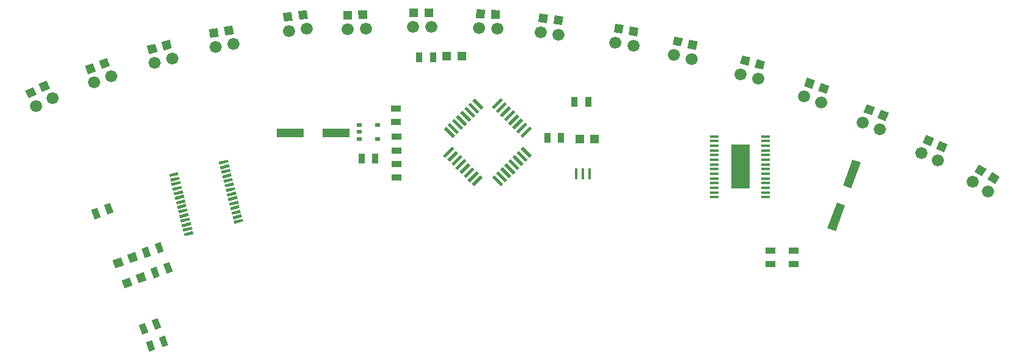
<source format=gtp>
G04 (created by PCBNEW-RS274X (2011-nov-30)-testing) date Mon 30 Apr 2012 11:55:02 PM EDT*
G01*
G70*
G90*
%MOIN*%
G04 Gerber Fmt 3.4, Leading zero omitted, Abs format*
%FSLAX34Y34*%
G04 APERTURE LIST*
%ADD10C,0.006000*%
%ADD11R,0.047200X0.047200*%
%ADD12R,0.050000X0.016000*%
%ADD13R,0.098400X0.244100*%
%ADD14R,0.030000X0.020000*%
%ADD15R,0.149600X0.047200*%
%ADD16R,0.055000X0.035000*%
%ADD17R,0.035000X0.055000*%
%ADD18R,0.011800X0.063000*%
%ADD19C,0.066000*%
G04 APERTURE END LIST*
G54D10*
G54D11*
X00945Y53917D03*
X01771Y53917D03*
G54D10*
G36*
X-17124Y42332D02*
X-17285Y42775D01*
X-16842Y42936D01*
X-16681Y42493D01*
X-17124Y42332D01*
X-17124Y42332D01*
G37*
G36*
X-16348Y42614D02*
X-16509Y43057D01*
X-16066Y43218D01*
X-15905Y42775D01*
X-16348Y42614D01*
X-16348Y42614D01*
G37*
G36*
X-16651Y41230D02*
X-16812Y41673D01*
X-16369Y41834D01*
X-16208Y41391D01*
X-16651Y41230D01*
X-16651Y41230D01*
G37*
G36*
X-15875Y41512D02*
X-16036Y41955D01*
X-15593Y42116D01*
X-15432Y41673D01*
X-15875Y41512D01*
X-15875Y41512D01*
G37*
G54D11*
X08189Y49389D03*
X09015Y49389D03*
G54D10*
G36*
X02421Y46813D02*
X02296Y46938D01*
X02781Y47423D01*
X02906Y47298D01*
X02421Y46813D01*
X02421Y46813D01*
G37*
G36*
X02198Y47036D02*
X02073Y47161D01*
X02558Y47646D01*
X02683Y47521D01*
X02198Y47036D01*
X02198Y47036D01*
G37*
G36*
X01976Y47259D02*
X01851Y47384D01*
X02336Y47869D01*
X02461Y47744D01*
X01976Y47259D01*
X01976Y47259D01*
G37*
G36*
X01753Y47482D02*
X01628Y47607D01*
X02113Y48092D01*
X02238Y47967D01*
X01753Y47482D01*
X01753Y47482D01*
G37*
G36*
X01530Y47704D02*
X01405Y47829D01*
X01890Y48314D01*
X02015Y48189D01*
X01530Y47704D01*
X01530Y47704D01*
G37*
G36*
X01308Y47927D02*
X01183Y48052D01*
X01668Y48537D01*
X01793Y48412D01*
X01308Y47927D01*
X01308Y47927D01*
G37*
G36*
X01085Y48150D02*
X00960Y48275D01*
X01445Y48760D01*
X01570Y48635D01*
X01085Y48150D01*
X01085Y48150D01*
G37*
G36*
X00862Y48373D02*
X00737Y48498D01*
X01222Y48983D01*
X01347Y48858D01*
X00862Y48373D01*
X00862Y48373D01*
G37*
G36*
X03526Y51034D02*
X03401Y51159D01*
X03886Y51644D01*
X04011Y51519D01*
X03526Y51034D01*
X03526Y51034D01*
G37*
G36*
X05089Y49471D02*
X04964Y49596D01*
X05449Y50081D01*
X05574Y49956D01*
X05089Y49471D01*
X05089Y49471D01*
G37*
G36*
X04863Y49698D02*
X04738Y49823D01*
X05223Y50308D01*
X05348Y50183D01*
X04863Y49698D01*
X04863Y49698D01*
G37*
G36*
X04637Y49924D02*
X04512Y50049D01*
X04997Y50534D01*
X05122Y50409D01*
X04637Y49924D01*
X04637Y49924D01*
G37*
G36*
X04417Y50143D02*
X04292Y50268D01*
X04777Y50753D01*
X04902Y50628D01*
X04417Y50143D01*
X04417Y50143D01*
G37*
G36*
X04191Y50369D02*
X04066Y50494D01*
X04551Y50979D01*
X04676Y50854D01*
X04191Y50369D01*
X04191Y50369D01*
G37*
G36*
X03972Y50589D02*
X03847Y50714D01*
X04332Y51199D01*
X04457Y51074D01*
X03972Y50589D01*
X03972Y50589D01*
G37*
G36*
X03746Y50815D02*
X03621Y50940D01*
X04106Y51425D01*
X04231Y51300D01*
X03746Y50815D01*
X03746Y50815D01*
G37*
G36*
X01263Y49457D02*
X00778Y49942D01*
X00903Y50067D01*
X01388Y49582D01*
X01263Y49457D01*
X01263Y49457D01*
G37*
G36*
X01475Y49669D02*
X00990Y50154D01*
X01115Y50279D01*
X01600Y49794D01*
X01475Y49669D01*
X01475Y49669D01*
G37*
G36*
X01705Y49899D02*
X01220Y50384D01*
X01345Y50509D01*
X01830Y50024D01*
X01705Y49899D01*
X01705Y49899D01*
G37*
G36*
X01917Y50111D02*
X01432Y50596D01*
X01557Y50721D01*
X02042Y50236D01*
X01917Y50111D01*
X01917Y50111D01*
G37*
G36*
X02146Y50340D02*
X01661Y50825D01*
X01786Y50950D01*
X02271Y50465D01*
X02146Y50340D01*
X02146Y50340D01*
G37*
G36*
X02368Y50562D02*
X01883Y51047D01*
X02008Y51172D01*
X02493Y50687D01*
X02368Y50562D01*
X02368Y50562D01*
G37*
G36*
X02591Y50785D02*
X02106Y51270D01*
X02231Y51395D01*
X02716Y50910D01*
X02591Y50785D01*
X02591Y50785D01*
G37*
G36*
X02813Y51007D02*
X02328Y51492D01*
X02453Y51617D01*
X02938Y51132D01*
X02813Y51007D01*
X02813Y51007D01*
G37*
G36*
X03893Y46813D02*
X03408Y47298D01*
X03533Y47423D01*
X04018Y46938D01*
X03893Y46813D01*
X03893Y46813D01*
G37*
G36*
X04113Y47032D02*
X03628Y47517D01*
X03753Y47642D01*
X04238Y47157D01*
X04113Y47032D01*
X04113Y47032D01*
G37*
G36*
X04339Y47258D02*
X03854Y47743D01*
X03979Y47868D01*
X04464Y47383D01*
X04339Y47258D01*
X04339Y47258D01*
G37*
G36*
X04558Y47477D02*
X04073Y47962D01*
X04198Y48087D01*
X04683Y47602D01*
X04558Y47477D01*
X04558Y47477D01*
G37*
G36*
X04777Y47697D02*
X04292Y48182D01*
X04417Y48307D01*
X04902Y47822D01*
X04777Y47697D01*
X04777Y47697D01*
G37*
G36*
X05004Y47923D02*
X04519Y48408D01*
X04644Y48533D01*
X05129Y48048D01*
X05004Y47923D01*
X05004Y47923D01*
G37*
G36*
X05230Y48149D02*
X04745Y48634D01*
X04870Y48759D01*
X05355Y48274D01*
X05230Y48149D01*
X05230Y48149D01*
G37*
G36*
X05456Y48375D02*
X04971Y48860D01*
X05096Y48985D01*
X05581Y48500D01*
X05456Y48375D01*
X05456Y48375D01*
G37*
G54D12*
X15548Y49543D03*
X15548Y49293D03*
X15548Y49033D03*
X15548Y48773D03*
X15548Y48523D03*
X15548Y48263D03*
X15548Y48003D03*
X15548Y47753D03*
X15548Y47493D03*
X15548Y47243D03*
X15548Y46983D03*
X15548Y46723D03*
X15548Y46473D03*
X15548Y46213D03*
X18348Y46213D03*
X18348Y46473D03*
X18348Y46713D03*
X18348Y46983D03*
X18348Y47243D03*
X18348Y47493D03*
X18348Y47753D03*
X18348Y48003D03*
X18348Y48263D03*
X18348Y48523D03*
X18348Y48773D03*
X18348Y49033D03*
X18348Y49293D03*
X18348Y49543D03*
G54D13*
X16973Y47893D03*
G54D14*
X-03827Y50158D03*
X-03827Y49408D03*
X-02827Y50158D03*
X-03827Y49783D03*
X-02827Y49408D03*
G54D10*
G36*
X22156Y44360D02*
X21712Y44522D01*
X22224Y45928D01*
X22668Y45766D01*
X22156Y44360D01*
X22156Y44360D01*
G37*
G36*
X23012Y46710D02*
X22568Y46872D01*
X23080Y48278D01*
X23524Y48116D01*
X23012Y46710D01*
X23012Y46710D01*
G37*
G54D15*
X-05109Y49744D03*
X-07609Y49744D03*
G54D16*
X19862Y43308D03*
X19862Y42558D03*
X18602Y43308D03*
X18602Y42558D03*
G54D17*
X-00553Y53878D03*
X00197Y53878D03*
G54D16*
X-01792Y49528D03*
X-01792Y48778D03*
G54D17*
X07166Y49468D03*
X06416Y49468D03*
G54D18*
X08366Y47500D03*
X07992Y47500D03*
X08740Y47500D03*
G54D16*
X-01792Y48032D03*
X-01792Y47282D03*
G54D19*
X03693Y55420D03*
X02694Y55464D03*
G54D10*
G36*
X03848Y56425D02*
X03827Y55954D01*
X03356Y55975D01*
X03377Y56446D01*
X03848Y56425D01*
X03848Y56425D01*
G37*
G36*
X03024Y56461D02*
X03003Y55990D01*
X02532Y56011D01*
X02553Y56482D01*
X03024Y56461D01*
X03024Y56461D01*
G37*
G54D19*
X14296Y53767D03*
X13320Y53984D03*
G54D10*
G36*
X14623Y54730D02*
X14521Y54270D01*
X14061Y54372D01*
X14163Y54832D01*
X14623Y54730D01*
X14623Y54730D01*
G37*
G36*
X13817Y54909D02*
X13715Y54449D01*
X13255Y54551D01*
X13357Y55011D01*
X13817Y54909D01*
X13817Y54909D01*
G37*
G54D19*
X17938Y52687D03*
X16972Y52945D03*
G54D10*
G36*
X18307Y53635D02*
X18185Y53179D01*
X17729Y53301D01*
X17851Y53757D01*
X18307Y53635D01*
X18307Y53635D01*
G37*
G36*
X17510Y53848D02*
X17388Y53392D01*
X16932Y53514D01*
X17054Y53970D01*
X17510Y53848D01*
X17510Y53848D01*
G37*
G54D19*
X21363Y51394D03*
X20423Y51736D03*
G54D10*
G36*
X21812Y52306D02*
X21651Y51863D01*
X21208Y52024D01*
X21369Y52467D01*
X21812Y52306D01*
X21812Y52306D01*
G37*
G36*
X21037Y52588D02*
X20876Y52145D01*
X20433Y52306D01*
X20594Y52749D01*
X21037Y52588D01*
X21037Y52588D01*
G37*
G54D19*
X24570Y49921D03*
X23646Y50304D03*
G54D10*
G36*
X25059Y50813D02*
X24879Y50377D01*
X24443Y50557D01*
X24623Y50993D01*
X25059Y50813D01*
X25059Y50813D01*
G37*
G36*
X24296Y51129D02*
X24116Y50693D01*
X23680Y50873D01*
X23860Y51309D01*
X24296Y51129D01*
X24296Y51129D01*
G37*
G54D19*
X27737Y48214D03*
X26830Y48637D03*
G54D10*
G36*
X28265Y49083D02*
X28065Y48655D01*
X27637Y48855D01*
X27837Y49283D01*
X28265Y49083D01*
X28265Y49083D01*
G37*
G36*
X27517Y49432D02*
X27317Y49004D01*
X26889Y49204D01*
X27089Y49632D01*
X27517Y49432D01*
X27517Y49432D01*
G37*
G54D19*
X-20571Y51629D03*
X-21478Y51206D03*
G54D10*
G36*
X-20898Y52592D02*
X-20698Y52164D01*
X-21126Y51964D01*
X-21326Y52392D01*
X-20898Y52592D01*
X-20898Y52592D01*
G37*
G36*
X-21646Y52244D02*
X-21446Y51816D01*
X-21874Y51616D01*
X-22074Y52044D01*
X-21646Y52244D01*
X-21646Y52244D01*
G37*
G54D19*
X-17352Y52838D03*
X-18292Y52496D03*
G54D10*
G36*
X-17594Y53825D02*
X-17433Y53382D01*
X-17876Y53221D01*
X-18037Y53664D01*
X-17594Y53825D01*
X-17594Y53825D01*
G37*
G36*
X-18369Y53543D02*
X-18208Y53100D01*
X-18651Y52939D01*
X-18812Y53382D01*
X-18369Y53543D01*
X-18369Y53543D01*
G37*
G54D19*
X-14020Y53811D03*
X-14986Y53553D03*
G54D10*
G36*
X-14174Y54817D02*
X-14052Y54361D01*
X-14508Y54239D01*
X-14630Y54695D01*
X-14174Y54817D01*
X-14174Y54817D01*
G37*
G36*
X-14971Y54603D02*
X-14849Y54147D01*
X-15305Y54025D01*
X-15427Y54481D01*
X-14971Y54603D01*
X-14971Y54603D01*
G37*
G54D19*
X-10692Y54590D03*
X-11677Y54416D03*
G54D10*
G36*
X-10759Y55604D02*
X-10677Y55140D01*
X-11141Y55058D01*
X-11223Y55522D01*
X-10759Y55604D01*
X-10759Y55604D01*
G37*
G36*
X-11571Y55461D02*
X-11489Y54997D01*
X-11953Y54915D01*
X-12035Y55379D01*
X-11571Y55461D01*
X-11571Y55461D01*
G37*
G54D19*
X-06689Y55427D03*
X-07682Y55305D03*
G54D10*
G36*
X-06703Y56444D02*
X-06645Y55976D01*
X-07113Y55918D01*
X-07171Y56386D01*
X-06703Y56444D01*
X-06703Y56444D01*
G37*
G36*
X-07521Y56344D02*
X-07463Y55876D01*
X-07931Y55818D01*
X-07989Y56286D01*
X-07521Y56344D01*
X-07521Y56344D01*
G37*
G54D19*
X-03482Y55425D03*
X-04481Y55381D03*
G54D10*
G36*
X-03416Y56440D02*
X-03395Y55969D01*
X-03866Y55948D01*
X-03887Y56419D01*
X-03416Y56440D01*
X-03416Y56440D01*
G37*
G36*
X-04240Y56404D02*
X-04219Y55933D01*
X-04690Y55912D01*
X-04711Y56383D01*
X-04240Y56404D01*
X-04240Y56404D01*
G37*
G54D19*
X11125Y54494D03*
X10140Y54668D03*
G54D10*
G36*
X11409Y55470D02*
X11327Y55006D01*
X10863Y55088D01*
X10945Y55552D01*
X11409Y55470D01*
X11409Y55470D01*
G37*
G36*
X10597Y55613D02*
X10515Y55149D01*
X10051Y55231D01*
X10133Y55695D01*
X10597Y55613D01*
X10597Y55613D01*
G37*
G54D19*
X07047Y55105D03*
X06056Y55235D03*
G54D10*
G36*
X07290Y56092D02*
X07228Y55624D01*
X06760Y55686D01*
X06822Y56154D01*
X07290Y56092D01*
X07290Y56092D01*
G37*
G36*
X06472Y56200D02*
X06410Y55732D01*
X05942Y55794D01*
X06004Y56262D01*
X06472Y56200D01*
X06472Y56200D01*
G37*
G54D19*
X00086Y55521D03*
X-00914Y55521D03*
G54D11*
X-00039Y56296D03*
X-00864Y56296D03*
G54D19*
X30477Y46531D03*
X29620Y47046D03*
G54D10*
G36*
X31093Y47341D02*
X30850Y46936D01*
X30445Y47179D01*
X30688Y47584D01*
X31093Y47341D01*
X31093Y47341D01*
G37*
G36*
X30386Y47765D02*
X30143Y47360D01*
X29738Y47603D01*
X29981Y48008D01*
X30386Y47765D01*
X30386Y47765D01*
G37*
G36*
X-10165Y44882D02*
X-10650Y44761D01*
X-10689Y44916D01*
X-10204Y45037D01*
X-10165Y44882D01*
X-10165Y44882D01*
G37*
G36*
X-10226Y45124D02*
X-10711Y45003D01*
X-10750Y45158D01*
X-10265Y45279D01*
X-10226Y45124D01*
X-10226Y45124D01*
G37*
G36*
X-10289Y45377D02*
X-10774Y45256D01*
X-10813Y45411D01*
X-10328Y45532D01*
X-10289Y45377D01*
X-10289Y45377D01*
G37*
G36*
X-10352Y45629D02*
X-10837Y45508D01*
X-10876Y45663D01*
X-10391Y45784D01*
X-10352Y45629D01*
X-10352Y45629D01*
G37*
G36*
X-10412Y45871D02*
X-10897Y45750D01*
X-10936Y45905D01*
X-10451Y46026D01*
X-10412Y45871D01*
X-10412Y45871D01*
G37*
G36*
X-10475Y46124D02*
X-10960Y46003D01*
X-10999Y46158D01*
X-10514Y46279D01*
X-10475Y46124D01*
X-10475Y46124D01*
G37*
G36*
X-10538Y46376D02*
X-11023Y46255D01*
X-11062Y46410D01*
X-10577Y46531D01*
X-10538Y46376D01*
X-10538Y46376D01*
G37*
G36*
X-10598Y46619D02*
X-11083Y46498D01*
X-11122Y46653D01*
X-10637Y46774D01*
X-10598Y46619D01*
X-10598Y46619D01*
G37*
G36*
X-10661Y46871D02*
X-11146Y46750D01*
X-11185Y46905D01*
X-10700Y47026D01*
X-10661Y46871D01*
X-10661Y46871D01*
G37*
G36*
X-10722Y47113D02*
X-11207Y46992D01*
X-11246Y47147D01*
X-10761Y47268D01*
X-10722Y47113D01*
X-10722Y47113D01*
G37*
G36*
X-10785Y47366D02*
X-11270Y47245D01*
X-11309Y47400D01*
X-10824Y47521D01*
X-10785Y47366D01*
X-10785Y47366D01*
G37*
G36*
X-10848Y47618D02*
X-11333Y47497D01*
X-11372Y47652D01*
X-10887Y47773D01*
X-10848Y47618D01*
X-10848Y47618D01*
G37*
G36*
X-10908Y47861D02*
X-11393Y47740D01*
X-11432Y47895D01*
X-10947Y48016D01*
X-10908Y47861D01*
X-10908Y47861D01*
G37*
G36*
X-10971Y48113D02*
X-11456Y47992D01*
X-11495Y48147D01*
X-11010Y48268D01*
X-10971Y48113D01*
X-10971Y48113D01*
G37*
G36*
X-13688Y47435D02*
X-14173Y47314D01*
X-14212Y47469D01*
X-13727Y47590D01*
X-13688Y47435D01*
X-13688Y47435D01*
G37*
G36*
X-13625Y47183D02*
X-14110Y47062D01*
X-14149Y47217D01*
X-13664Y47338D01*
X-13625Y47183D01*
X-13625Y47183D01*
G37*
G36*
X-13567Y46950D02*
X-14052Y46829D01*
X-14091Y46984D01*
X-13606Y47105D01*
X-13567Y46950D01*
X-13567Y46950D01*
G37*
G36*
X-13502Y46688D02*
X-13987Y46567D01*
X-14026Y46722D01*
X-13541Y46843D01*
X-13502Y46688D01*
X-13502Y46688D01*
G37*
G36*
X-13439Y46436D02*
X-13924Y46315D01*
X-13963Y46470D01*
X-13478Y46591D01*
X-13439Y46436D01*
X-13439Y46436D01*
G37*
G36*
X-13378Y46193D02*
X-13863Y46072D01*
X-13902Y46227D01*
X-13417Y46348D01*
X-13378Y46193D01*
X-13378Y46193D01*
G37*
G36*
X-13315Y45941D02*
X-13800Y45820D01*
X-13839Y45975D01*
X-13354Y46096D01*
X-13315Y45941D01*
X-13315Y45941D01*
G37*
G36*
X-13255Y45699D02*
X-13740Y45578D01*
X-13779Y45733D01*
X-13294Y45854D01*
X-13255Y45699D01*
X-13255Y45699D01*
G37*
G36*
X-13192Y45446D02*
X-13677Y45325D01*
X-13716Y45480D01*
X-13231Y45601D01*
X-13192Y45446D01*
X-13192Y45446D01*
G37*
G36*
X-13129Y45194D02*
X-13614Y45073D01*
X-13653Y45228D01*
X-13168Y45349D01*
X-13129Y45194D01*
X-13129Y45194D01*
G37*
G36*
X-13069Y44951D02*
X-13554Y44830D01*
X-13593Y44985D01*
X-13108Y45106D01*
X-13069Y44951D01*
X-13069Y44951D01*
G37*
G36*
X-13006Y44699D02*
X-13491Y44578D01*
X-13530Y44733D01*
X-13045Y44854D01*
X-13006Y44699D01*
X-13006Y44699D01*
G37*
G36*
X-12943Y44447D02*
X-13428Y44326D01*
X-13467Y44481D01*
X-12982Y44602D01*
X-12943Y44447D01*
X-12943Y44447D01*
G37*
G36*
X-12882Y44204D02*
X-13367Y44083D01*
X-13406Y44238D01*
X-12921Y44359D01*
X-12882Y44204D01*
X-12882Y44204D01*
G37*
G36*
X-14204Y42670D02*
X-14015Y42153D01*
X-14344Y42034D01*
X-14533Y42551D01*
X-14204Y42670D01*
X-14204Y42670D01*
G37*
G36*
X-14908Y42414D02*
X-14719Y41897D01*
X-15048Y41778D01*
X-15237Y42295D01*
X-14908Y42414D01*
X-14908Y42414D01*
G37*
G36*
X-14677Y43773D02*
X-14488Y43256D01*
X-14817Y43137D01*
X-15006Y43654D01*
X-14677Y43773D01*
X-14677Y43773D01*
G37*
G36*
X-15381Y43517D02*
X-15192Y43000D01*
X-15521Y42881D01*
X-15710Y43398D01*
X-15381Y43517D01*
X-15381Y43517D01*
G37*
G54D16*
X-01832Y50313D03*
X-01832Y51063D03*
G54D17*
X07912Y51437D03*
X08662Y51437D03*
X-02952Y48326D03*
X-03702Y48326D03*
G54D10*
G36*
X-14834Y39599D02*
X-14645Y39082D01*
X-14974Y38963D01*
X-15163Y39480D01*
X-14834Y39599D01*
X-14834Y39599D01*
G37*
G36*
X-15538Y39343D02*
X-15349Y38826D01*
X-15678Y38707D01*
X-15867Y39224D01*
X-15538Y39343D01*
X-15538Y39343D01*
G37*
G36*
X-17433Y45898D02*
X-17244Y45381D01*
X-17573Y45262D01*
X-17762Y45779D01*
X-17433Y45898D01*
X-17433Y45898D01*
G37*
G36*
X-18137Y45642D02*
X-17948Y45125D01*
X-18277Y45006D01*
X-18466Y45523D01*
X-18137Y45642D01*
X-18137Y45642D01*
G37*
G36*
X-14441Y38654D02*
X-14252Y38137D01*
X-14581Y38018D01*
X-14770Y38535D01*
X-14441Y38654D01*
X-14441Y38654D01*
G37*
G36*
X-15145Y38398D02*
X-14956Y37881D01*
X-15285Y37762D01*
X-15474Y38279D01*
X-15145Y38398D01*
X-15145Y38398D01*
G37*
M02*

</source>
